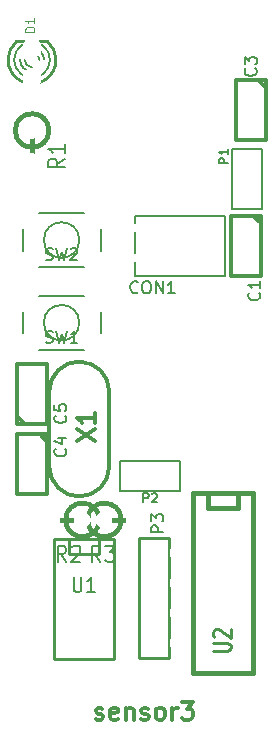
<source format=gto>
G04 (created by PCBNEW (2013-jul-07)-stable) date 2015年01月19日 01時15分13秒*
%MOIN*%
G04 Gerber Fmt 3.4, Leading zero omitted, Abs format*
%FSLAX34Y34*%
G01*
G70*
G90*
G04 APERTURE LIST*
%ADD10C,0.00590551*%
%ADD11C,0.011811*%
%ADD12C,0.008*%
%ADD13C,0.006*%
%ADD14C,0.01*%
%ADD15C,0.0125*%
%ADD16C,0.015*%
%ADD17C,0.012*%
%ADD18C,0.0035*%
%ADD19C,0.01125*%
%ADD20R,0.06X0.06*%
%ADD21C,0.06*%
%ADD22C,0.066*%
%ADD23C,0.056*%
%ADD24R,0.055X0.055*%
%ADD25C,0.055*%
%ADD26C,0.0787402*%
%ADD27C,0.244094*%
%ADD28C,0.035*%
G04 APERTURE END LIST*
G54D10*
G54D11*
X26926Y-41943D02*
X26982Y-41971D01*
X27095Y-41971D01*
X27151Y-41943D01*
X27179Y-41886D01*
X27179Y-41858D01*
X27151Y-41802D01*
X27095Y-41774D01*
X27010Y-41774D01*
X26954Y-41746D01*
X26926Y-41690D01*
X26926Y-41661D01*
X26954Y-41605D01*
X27010Y-41577D01*
X27095Y-41577D01*
X27151Y-41605D01*
X27657Y-41943D02*
X27601Y-41971D01*
X27488Y-41971D01*
X27432Y-41943D01*
X27404Y-41886D01*
X27404Y-41661D01*
X27432Y-41605D01*
X27488Y-41577D01*
X27601Y-41577D01*
X27657Y-41605D01*
X27685Y-41661D01*
X27685Y-41718D01*
X27404Y-41774D01*
X27938Y-41577D02*
X27938Y-41971D01*
X27938Y-41633D02*
X27966Y-41605D01*
X28023Y-41577D01*
X28107Y-41577D01*
X28163Y-41605D01*
X28191Y-41661D01*
X28191Y-41971D01*
X28444Y-41943D02*
X28501Y-41971D01*
X28613Y-41971D01*
X28669Y-41943D01*
X28697Y-41886D01*
X28697Y-41858D01*
X28669Y-41802D01*
X28613Y-41774D01*
X28529Y-41774D01*
X28473Y-41746D01*
X28444Y-41690D01*
X28444Y-41661D01*
X28473Y-41605D01*
X28529Y-41577D01*
X28613Y-41577D01*
X28669Y-41605D01*
X29035Y-41971D02*
X28979Y-41943D01*
X28951Y-41915D01*
X28922Y-41858D01*
X28922Y-41690D01*
X28951Y-41633D01*
X28979Y-41605D01*
X29035Y-41577D01*
X29119Y-41577D01*
X29176Y-41605D01*
X29204Y-41633D01*
X29232Y-41690D01*
X29232Y-41858D01*
X29204Y-41915D01*
X29176Y-41943D01*
X29119Y-41971D01*
X29035Y-41971D01*
X29485Y-41971D02*
X29485Y-41577D01*
X29485Y-41690D02*
X29513Y-41633D01*
X29541Y-41605D01*
X29597Y-41577D01*
X29654Y-41577D01*
X29794Y-41380D02*
X30160Y-41380D01*
X29963Y-41605D01*
X30047Y-41605D01*
X30104Y-41633D01*
X30132Y-41661D01*
X30160Y-41718D01*
X30160Y-41858D01*
X30132Y-41915D01*
X30104Y-41943D01*
X30047Y-41971D01*
X29879Y-41971D01*
X29822Y-41943D01*
X29794Y-41915D01*
G54D12*
X28224Y-25181D02*
X31224Y-25181D01*
X31224Y-27181D02*
X28224Y-27181D01*
X28224Y-27181D02*
X28224Y-25181D01*
X31224Y-25181D02*
X31224Y-27181D01*
G54D13*
X32468Y-24937D02*
X31468Y-24937D01*
X31468Y-24937D02*
X31468Y-22937D01*
X31468Y-22937D02*
X32468Y-22937D01*
X32468Y-22937D02*
X32468Y-24937D01*
G54D14*
X25303Y-19358D02*
X24303Y-19358D01*
G54D13*
X24419Y-20439D02*
G75*
G03X24803Y-20578I384J460D01*
G74*
G01*
X24803Y-20577D02*
G75*
G03X25201Y-20426I0J599D01*
G74*
G01*
X24803Y-19379D02*
G75*
G03X24413Y-19523I0J-599D01*
G74*
G01*
X25187Y-19517D02*
G75*
G03X24803Y-19378I-384J-460D01*
G74*
G01*
X24453Y-19490D02*
G75*
G03X24203Y-19978I349J-487D01*
G74*
G01*
X24203Y-19978D02*
G75*
G03X24442Y-20458I600J0D01*
G74*
G01*
X25402Y-19978D02*
G75*
G03X25171Y-19505I-599J0D01*
G74*
G01*
X25171Y-20452D02*
G75*
G03X25403Y-19978I-368J473D01*
G74*
G01*
X24553Y-19978D02*
G75*
G03X24803Y-20228I250J0D01*
G74*
G01*
X24403Y-19978D02*
G75*
G03X24803Y-20378I400J0D01*
G74*
G01*
X25053Y-19978D02*
G75*
G03X24803Y-19728I-250J0D01*
G74*
G01*
X25203Y-19978D02*
G75*
G03X24803Y-19578I-400J0D01*
G74*
G01*
G54D14*
X24289Y-19365D02*
G75*
G03X24003Y-19978I513J-613D01*
G74*
G01*
X24004Y-19978D02*
G75*
G03X24426Y-20683I799J0D01*
G74*
G01*
X25602Y-19977D02*
G75*
G03X25318Y-19368I-798J-1D01*
G74*
G01*
X25200Y-20672D02*
G75*
G03X25603Y-19978I-397J694D01*
G74*
G01*
X24423Y-20683D02*
G75*
G03X24803Y-20778I379J704D01*
G74*
G01*
X24803Y-20778D02*
G75*
G03X25222Y-20659I0J799D01*
G74*
G01*
G54D15*
X25377Y-31033D02*
X25377Y-33533D01*
X27377Y-31033D02*
X27377Y-33533D01*
X26377Y-34533D02*
G75*
G03X27377Y-33533I0J1000D01*
G74*
G01*
X25377Y-33533D02*
G75*
G03X26377Y-34533I1000J0D01*
G74*
G01*
X27377Y-31033D02*
G75*
G03X26377Y-30033I-1000J0D01*
G74*
G01*
X26377Y-30033D02*
G75*
G03X25377Y-31033I0J-1000D01*
G74*
G01*
G54D14*
X27035Y-35952D02*
X27035Y-36452D01*
X27035Y-36452D02*
X26035Y-36452D01*
X26035Y-36452D02*
X26035Y-35952D01*
X27535Y-35952D02*
X27535Y-39952D01*
X27535Y-39952D02*
X25535Y-39952D01*
X25535Y-39952D02*
X25535Y-35952D01*
X25535Y-35952D02*
X27535Y-35952D01*
G54D16*
X30181Y-34401D02*
X30181Y-40401D01*
X30181Y-40401D02*
X32181Y-40401D01*
X32181Y-40401D02*
X32181Y-34401D01*
X31681Y-34401D02*
X31681Y-34901D01*
X31681Y-34901D02*
X30681Y-34901D01*
X30681Y-34901D02*
X30681Y-34401D01*
X32181Y-34401D02*
X30181Y-34401D01*
G54D17*
X25303Y-32484D02*
X25303Y-34464D01*
X25303Y-34464D02*
X24303Y-34464D01*
X24303Y-34464D02*
X24303Y-32464D01*
X24303Y-32464D02*
X25303Y-32464D01*
X25053Y-32464D02*
X25303Y-32714D01*
X24303Y-32082D02*
X24303Y-30102D01*
X24303Y-30102D02*
X25303Y-30102D01*
X25303Y-30102D02*
X25303Y-32102D01*
X25303Y-32102D02*
X24303Y-32102D01*
X24553Y-32102D02*
X24303Y-31852D01*
X32429Y-25201D02*
X32429Y-27181D01*
X32429Y-27181D02*
X31429Y-27181D01*
X31429Y-27181D02*
X31429Y-25181D01*
X31429Y-25181D02*
X32429Y-25181D01*
X32179Y-25181D02*
X32429Y-25431D01*
X32586Y-20673D02*
X32586Y-22653D01*
X32586Y-22653D02*
X31586Y-22653D01*
X31586Y-22653D02*
X31586Y-20653D01*
X31586Y-20653D02*
X32586Y-20653D01*
X32336Y-20653D02*
X32586Y-20903D01*
G54D10*
X26377Y-28740D02*
G75*
G03X26377Y-28740I-590J0D01*
G74*
G01*
X26535Y-27834D02*
X25039Y-27834D01*
X26535Y-29645D02*
X25039Y-29645D01*
X27086Y-29094D02*
X27086Y-28385D01*
X24488Y-28385D02*
X24488Y-29094D01*
X26377Y-25984D02*
G75*
G03X26377Y-25984I-590J0D01*
G74*
G01*
X26535Y-25078D02*
X25039Y-25078D01*
X26535Y-26889D02*
X25039Y-26889D01*
X27086Y-26338D02*
X27086Y-25629D01*
X24488Y-25629D02*
X24488Y-26338D01*
G54D16*
X26484Y-35314D02*
X25484Y-35314D01*
X27043Y-35314D02*
G75*
G03X27043Y-35314I-559J0D01*
G74*
G01*
X27216Y-35314D02*
X28216Y-35314D01*
X27775Y-35314D02*
G75*
G03X27775Y-35314I-559J0D01*
G74*
G01*
X24803Y-22334D02*
X24803Y-23334D01*
X25362Y-22334D02*
G75*
G03X25362Y-22334I-559J0D01*
G74*
G01*
G54D14*
X29358Y-35913D02*
X29358Y-39913D01*
X28358Y-35913D02*
X28358Y-39913D01*
X28358Y-39913D02*
X29358Y-39913D01*
X29358Y-35913D02*
X28358Y-35913D01*
G54D13*
X29740Y-33358D02*
X29740Y-34358D01*
X29740Y-34358D02*
X27740Y-34358D01*
X27740Y-34358D02*
X27740Y-33358D01*
X27740Y-33358D02*
X29740Y-33358D01*
G54D12*
X28333Y-27722D02*
X28314Y-27741D01*
X28256Y-27760D01*
X28218Y-27760D01*
X28161Y-27741D01*
X28123Y-27703D01*
X28104Y-27665D01*
X28085Y-27588D01*
X28085Y-27531D01*
X28104Y-27455D01*
X28123Y-27417D01*
X28161Y-27379D01*
X28218Y-27360D01*
X28256Y-27360D01*
X28314Y-27379D01*
X28333Y-27398D01*
X28580Y-27360D02*
X28656Y-27360D01*
X28695Y-27379D01*
X28733Y-27417D01*
X28752Y-27493D01*
X28752Y-27626D01*
X28733Y-27703D01*
X28695Y-27741D01*
X28656Y-27760D01*
X28580Y-27760D01*
X28542Y-27741D01*
X28504Y-27703D01*
X28485Y-27626D01*
X28485Y-27493D01*
X28504Y-27417D01*
X28542Y-27379D01*
X28580Y-27360D01*
X28923Y-27760D02*
X28923Y-27360D01*
X29152Y-27760D01*
X29152Y-27360D01*
X29552Y-27760D02*
X29323Y-27760D01*
X29437Y-27760D02*
X29437Y-27360D01*
X29399Y-27417D01*
X29361Y-27455D01*
X29323Y-27474D01*
G54D13*
X31341Y-23410D02*
X31041Y-23410D01*
X31041Y-23296D01*
X31056Y-23267D01*
X31070Y-23253D01*
X31099Y-23238D01*
X31141Y-23238D01*
X31170Y-23253D01*
X31184Y-23267D01*
X31199Y-23296D01*
X31199Y-23410D01*
X31341Y-22953D02*
X31341Y-23124D01*
X31341Y-23038D02*
X31041Y-23038D01*
X31084Y-23067D01*
X31113Y-23096D01*
X31127Y-23124D01*
G54D18*
X24885Y-19040D02*
X24585Y-19040D01*
X24585Y-18968D01*
X24599Y-18926D01*
X24628Y-18897D01*
X24656Y-18883D01*
X24713Y-18868D01*
X24756Y-18868D01*
X24813Y-18883D01*
X24842Y-18897D01*
X24870Y-18926D01*
X24885Y-18968D01*
X24885Y-19040D01*
X24885Y-18583D02*
X24885Y-18754D01*
X24885Y-18668D02*
X24585Y-18668D01*
X24628Y-18697D01*
X24656Y-18726D01*
X24670Y-18754D01*
G54D17*
X26296Y-32690D02*
X26896Y-32290D01*
X26296Y-32290D02*
X26896Y-32690D01*
X26896Y-31747D02*
X26896Y-32090D01*
X26896Y-31919D02*
X26296Y-31919D01*
X26382Y-31976D01*
X26439Y-32033D01*
X26467Y-32090D01*
G54D12*
X26192Y-37222D02*
X26192Y-37626D01*
X26214Y-37674D01*
X26235Y-37698D01*
X26278Y-37722D01*
X26364Y-37722D01*
X26406Y-37698D01*
X26428Y-37674D01*
X26449Y-37626D01*
X26449Y-37222D01*
X26899Y-37722D02*
X26642Y-37722D01*
X26771Y-37722D02*
X26771Y-37222D01*
X26728Y-37293D01*
X26685Y-37341D01*
X26642Y-37364D01*
G54D19*
X30823Y-39673D02*
X31309Y-39673D01*
X31366Y-39652D01*
X31395Y-39630D01*
X31423Y-39587D01*
X31423Y-39502D01*
X31395Y-39459D01*
X31366Y-39437D01*
X31309Y-39416D01*
X30823Y-39416D01*
X30881Y-39223D02*
X30852Y-39202D01*
X30823Y-39159D01*
X30823Y-39052D01*
X30852Y-39009D01*
X30881Y-38987D01*
X30938Y-38966D01*
X30995Y-38966D01*
X31081Y-38987D01*
X31423Y-39244D01*
X31423Y-38966D01*
G54D17*
G54D12*
X25911Y-32940D02*
X25930Y-32959D01*
X25949Y-33016D01*
X25949Y-33054D01*
X25930Y-33112D01*
X25892Y-33150D01*
X25854Y-33169D01*
X25777Y-33188D01*
X25720Y-33188D01*
X25644Y-33169D01*
X25606Y-33150D01*
X25568Y-33112D01*
X25549Y-33054D01*
X25549Y-33016D01*
X25568Y-32959D01*
X25587Y-32940D01*
X25682Y-32597D02*
X25949Y-32597D01*
X25530Y-32693D02*
X25815Y-32788D01*
X25815Y-32540D01*
X25911Y-31838D02*
X25930Y-31857D01*
X25949Y-31914D01*
X25949Y-31952D01*
X25930Y-32009D01*
X25892Y-32047D01*
X25854Y-32066D01*
X25777Y-32085D01*
X25720Y-32085D01*
X25644Y-32066D01*
X25606Y-32047D01*
X25568Y-32009D01*
X25549Y-31952D01*
X25549Y-31914D01*
X25568Y-31857D01*
X25587Y-31838D01*
X25549Y-31476D02*
X25549Y-31666D01*
X25739Y-31685D01*
X25720Y-31666D01*
X25701Y-31628D01*
X25701Y-31533D01*
X25720Y-31495D01*
X25739Y-31476D01*
X25777Y-31457D01*
X25873Y-31457D01*
X25911Y-31476D01*
X25930Y-31495D01*
X25949Y-31533D01*
X25949Y-31628D01*
X25930Y-31666D01*
X25911Y-31685D01*
X32367Y-27743D02*
X32386Y-27762D01*
X32405Y-27820D01*
X32405Y-27858D01*
X32386Y-27915D01*
X32348Y-27953D01*
X32310Y-27972D01*
X32234Y-27991D01*
X32177Y-27991D01*
X32101Y-27972D01*
X32063Y-27953D01*
X32025Y-27915D01*
X32005Y-27858D01*
X32005Y-27820D01*
X32025Y-27762D01*
X32044Y-27743D01*
X32405Y-27362D02*
X32405Y-27591D01*
X32405Y-27477D02*
X32005Y-27477D01*
X32063Y-27515D01*
X32101Y-27553D01*
X32120Y-27591D01*
X32249Y-20263D02*
X32268Y-20282D01*
X32287Y-20339D01*
X32287Y-20377D01*
X32268Y-20434D01*
X32230Y-20473D01*
X32192Y-20492D01*
X32116Y-20511D01*
X32059Y-20511D01*
X31983Y-20492D01*
X31945Y-20473D01*
X31906Y-20434D01*
X31887Y-20377D01*
X31887Y-20339D01*
X31906Y-20282D01*
X31925Y-20263D01*
X31887Y-20130D02*
X31887Y-19882D01*
X32040Y-20015D01*
X32040Y-19958D01*
X32059Y-19920D01*
X32078Y-19901D01*
X32116Y-19882D01*
X32211Y-19882D01*
X32249Y-19901D01*
X32268Y-19920D01*
X32287Y-19958D01*
X32287Y-20073D01*
X32268Y-20111D01*
X32249Y-20130D01*
G54D10*
X25262Y-29392D02*
X25318Y-29411D01*
X25412Y-29411D01*
X25449Y-29392D01*
X25468Y-29373D01*
X25487Y-29336D01*
X25487Y-29298D01*
X25468Y-29261D01*
X25449Y-29242D01*
X25412Y-29223D01*
X25337Y-29205D01*
X25299Y-29186D01*
X25281Y-29167D01*
X25262Y-29130D01*
X25262Y-29092D01*
X25281Y-29055D01*
X25299Y-29036D01*
X25337Y-29017D01*
X25431Y-29017D01*
X25487Y-29036D01*
X25618Y-29017D02*
X25712Y-29411D01*
X25787Y-29130D01*
X25862Y-29411D01*
X25956Y-29017D01*
X26312Y-29411D02*
X26087Y-29411D01*
X26199Y-29411D02*
X26199Y-29017D01*
X26162Y-29073D01*
X26124Y-29111D01*
X26087Y-29130D01*
X25262Y-26636D02*
X25318Y-26655D01*
X25412Y-26655D01*
X25449Y-26636D01*
X25468Y-26617D01*
X25487Y-26580D01*
X25487Y-26542D01*
X25468Y-26505D01*
X25449Y-26486D01*
X25412Y-26467D01*
X25337Y-26449D01*
X25299Y-26430D01*
X25281Y-26411D01*
X25262Y-26374D01*
X25262Y-26336D01*
X25281Y-26299D01*
X25299Y-26280D01*
X25337Y-26261D01*
X25431Y-26261D01*
X25487Y-26280D01*
X25618Y-26261D02*
X25712Y-26655D01*
X25787Y-26374D01*
X25862Y-26655D01*
X25956Y-26261D01*
X26087Y-26299D02*
X26106Y-26280D01*
X26143Y-26261D01*
X26237Y-26261D01*
X26274Y-26280D01*
X26293Y-26299D01*
X26312Y-26336D01*
X26312Y-26374D01*
X26293Y-26430D01*
X26068Y-26655D01*
X26312Y-26655D01*
G54D12*
X25940Y-36718D02*
X25773Y-36456D01*
X25654Y-36718D02*
X25654Y-36168D01*
X25845Y-36168D01*
X25892Y-36194D01*
X25916Y-36221D01*
X25940Y-36273D01*
X25940Y-36352D01*
X25916Y-36404D01*
X25892Y-36430D01*
X25845Y-36456D01*
X25654Y-36456D01*
X26130Y-36221D02*
X26154Y-36194D01*
X26202Y-36168D01*
X26321Y-36168D01*
X26368Y-36194D01*
X26392Y-36221D01*
X26416Y-36273D01*
X26416Y-36325D01*
X26392Y-36404D01*
X26106Y-36718D01*
X26416Y-36718D01*
X27082Y-36718D02*
X26915Y-36456D01*
X26796Y-36718D02*
X26796Y-36168D01*
X26986Y-36168D01*
X27034Y-36194D01*
X27058Y-36221D01*
X27082Y-36273D01*
X27082Y-36352D01*
X27058Y-36404D01*
X27034Y-36430D01*
X26986Y-36456D01*
X26796Y-36456D01*
X27248Y-36168D02*
X27558Y-36168D01*
X27391Y-36378D01*
X27462Y-36378D01*
X27510Y-36404D01*
X27534Y-36430D01*
X27558Y-36482D01*
X27558Y-36613D01*
X27534Y-36666D01*
X27510Y-36692D01*
X27462Y-36718D01*
X27320Y-36718D01*
X27272Y-36692D01*
X27248Y-36666D01*
X25891Y-23272D02*
X25630Y-23438D01*
X25891Y-23558D02*
X25341Y-23558D01*
X25341Y-23367D01*
X25368Y-23319D01*
X25394Y-23296D01*
X25446Y-23272D01*
X25525Y-23272D01*
X25577Y-23296D01*
X25603Y-23319D01*
X25630Y-23367D01*
X25630Y-23558D01*
X25891Y-22796D02*
X25891Y-23081D01*
X25891Y-22938D02*
X25341Y-22938D01*
X25420Y-22986D01*
X25472Y-23034D01*
X25499Y-23081D01*
X29177Y-35728D02*
X28777Y-35728D01*
X28777Y-35575D01*
X28796Y-35537D01*
X28815Y-35518D01*
X28853Y-35499D01*
X28910Y-35499D01*
X28949Y-35518D01*
X28968Y-35537D01*
X28987Y-35575D01*
X28987Y-35728D01*
X28777Y-35366D02*
X28777Y-35118D01*
X28930Y-35252D01*
X28930Y-35194D01*
X28949Y-35156D01*
X28968Y-35137D01*
X29006Y-35118D01*
X29101Y-35118D01*
X29139Y-35137D01*
X29158Y-35156D01*
X29177Y-35194D01*
X29177Y-35309D01*
X29158Y-35347D01*
X29139Y-35366D01*
G54D13*
X28518Y-34729D02*
X28518Y-34429D01*
X28633Y-34429D01*
X28661Y-34443D01*
X28675Y-34458D01*
X28690Y-34486D01*
X28690Y-34529D01*
X28675Y-34558D01*
X28661Y-34572D01*
X28633Y-34586D01*
X28518Y-34586D01*
X28804Y-34458D02*
X28818Y-34443D01*
X28847Y-34429D01*
X28918Y-34429D01*
X28947Y-34443D01*
X28961Y-34458D01*
X28975Y-34486D01*
X28975Y-34515D01*
X28961Y-34558D01*
X28790Y-34729D01*
X28975Y-34729D01*
%LPC*%
G54D20*
X30724Y-25681D03*
G54D21*
X30724Y-26681D03*
X29724Y-25681D03*
X29724Y-26681D03*
X28724Y-25681D03*
X28724Y-26681D03*
G54D20*
X31968Y-24437D03*
G54D21*
X31968Y-23437D03*
G54D22*
X24803Y-20578D03*
X24803Y-19578D03*
G54D23*
X26377Y-31283D03*
X26377Y-33283D03*
G54D24*
X25035Y-36452D03*
G54D25*
X25035Y-37452D03*
X25035Y-38452D03*
X25035Y-39452D03*
X28035Y-39452D03*
X28035Y-38452D03*
X28035Y-37452D03*
X28035Y-36452D03*
G54D24*
X29681Y-35401D03*
G54D25*
X29681Y-36401D03*
X29681Y-37401D03*
X29681Y-38401D03*
X29681Y-39401D03*
X32681Y-39401D03*
X32681Y-38401D03*
X32681Y-37401D03*
X32681Y-36401D03*
X32681Y-35401D03*
X24803Y-32964D03*
X24803Y-33964D03*
X24803Y-31602D03*
X24803Y-30602D03*
X31929Y-25681D03*
X31929Y-26681D03*
X32086Y-21153D03*
X32086Y-22153D03*
G54D26*
X27066Y-27854D03*
X27066Y-29625D03*
X24507Y-29625D03*
X24507Y-27854D03*
X27066Y-25098D03*
X27066Y-26870D03*
X24507Y-26870D03*
X24507Y-25098D03*
G54D25*
X26484Y-35314D03*
X25484Y-35314D03*
X27216Y-35314D03*
X28216Y-35314D03*
X24803Y-22334D03*
X24803Y-23334D03*
G54D20*
X28858Y-39413D03*
G54D21*
X28858Y-38413D03*
X28858Y-37413D03*
X28858Y-36413D03*
G54D20*
X29240Y-33858D03*
G54D21*
X28240Y-33858D03*
G54D27*
X25196Y-42519D03*
X31889Y-42519D03*
G54D28*
X27716Y-28818D03*
X27716Y-32677D03*
X25275Y-27401D03*
X26338Y-27401D03*
X31692Y-36929D03*
X30590Y-36929D03*
X32795Y-25039D03*
X32047Y-33740D03*
X28375Y-24600D03*
X29375Y-24600D03*
X28125Y-26575D03*
X28125Y-25575D03*
X27675Y-26575D03*
X27675Y-25575D03*
X28175Y-24150D03*
X29175Y-24150D03*
X31100Y-27625D03*
X29925Y-27625D03*
X31417Y-33740D03*
X30905Y-24291D03*
X31692Y-35354D03*
X30590Y-35314D03*
M02*

</source>
